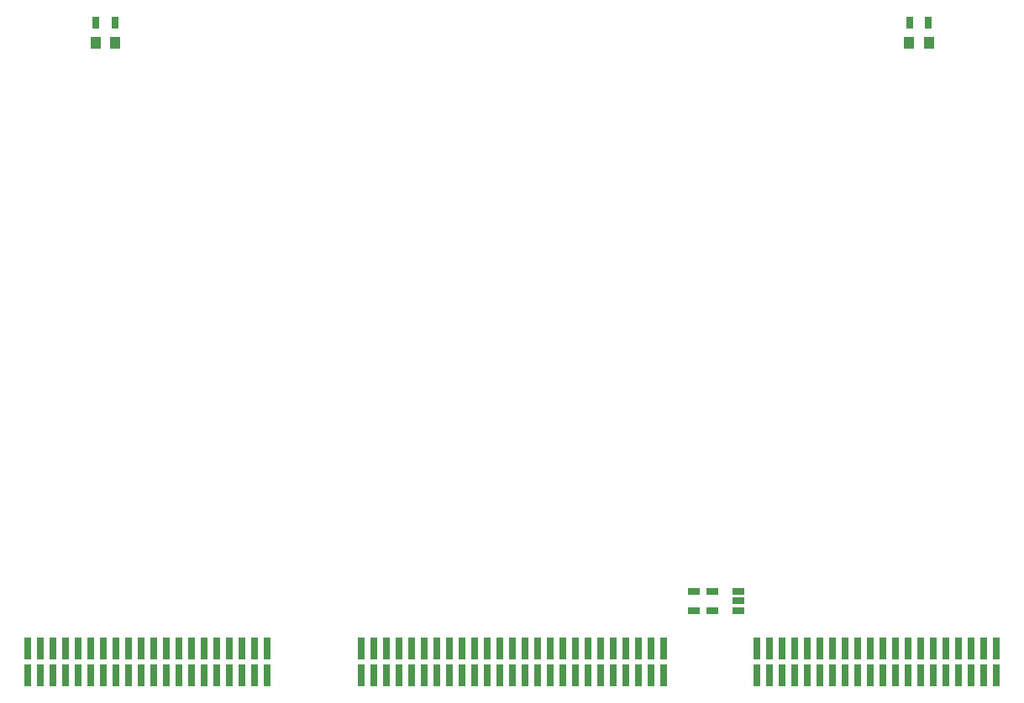
<source format=gtp>
G04 #@! TF.GenerationSoftware,KiCad,Pcbnew,5.1.9+dfsg1-1~bpo10+1*
G04 #@! TF.CreationDate,2021-11-09T03:07:47+00:00*
G04 #@! TF.ProjectId,120-channel-pogo-pin-board,3132302d-6368-4616-9e6e-656c2d706f67,v3.4*
G04 #@! TF.SameCoordinates,Original*
G04 #@! TF.FileFunction,Paste,Top*
G04 #@! TF.FilePolarity,Positive*
%FSLAX46Y46*%
G04 Gerber Fmt 4.6, Leading zero omitted, Abs format (unit mm)*
G04 Created by KiCad (PCBNEW 5.1.9+dfsg1-1~bpo10+1) date 2021-11-09 03:07:47*
%MOMM*%
%LPD*%
G01*
G04 APERTURE LIST*
%ADD10R,0.736600X2.219960*%
%ADD11R,1.000000X1.250000*%
%ADD12R,0.700000X1.300000*%
%ADD13R,1.300000X0.700000*%
%ADD14R,1.220000X0.650000*%
G04 APERTURE END LIST*
D10*
X63906600Y-142116020D03*
X63906600Y-144843980D03*
X65176600Y-142116020D03*
X65176600Y-144843980D03*
X66446600Y-142116020D03*
X66446600Y-144843980D03*
X67716600Y-142116020D03*
X67716600Y-144843980D03*
X68986600Y-142116020D03*
X68986600Y-144843980D03*
X51206600Y-142116020D03*
X51206600Y-144843980D03*
X52476600Y-142116020D03*
X52476600Y-144843980D03*
X53746600Y-142116020D03*
X53746600Y-144843980D03*
X55016600Y-142116020D03*
X55016600Y-144843980D03*
X56286600Y-142116020D03*
X56286600Y-144843980D03*
X75336600Y-144843980D03*
X75336600Y-142116020D03*
X74066600Y-144843980D03*
X74066600Y-142116020D03*
X72796600Y-144843980D03*
X72796600Y-142116020D03*
X71526600Y-144843980D03*
X71526600Y-142116020D03*
X70256600Y-144843980D03*
X70256600Y-142116020D03*
X62636600Y-144843980D03*
X62636600Y-142116020D03*
X61366600Y-144843980D03*
X61366600Y-142116020D03*
X60096600Y-144843980D03*
X60096600Y-142116020D03*
X58826600Y-144843980D03*
X58826600Y-142116020D03*
X57556600Y-144843980D03*
X57556600Y-142116020D03*
D11*
X140000000Y-81000000D03*
X142000000Y-81000000D03*
X60000000Y-81000000D03*
X58000000Y-81000000D03*
D12*
X140050000Y-79000000D03*
X141950000Y-79000000D03*
X59950000Y-79000000D03*
X58050000Y-79000000D03*
D13*
X118350000Y-138300000D03*
X118350000Y-136400000D03*
D14*
X122760000Y-138300000D03*
X122760000Y-137350000D03*
X122760000Y-136400000D03*
X120140000Y-136400000D03*
X120140000Y-138300000D03*
D10*
X86030000Y-144843980D03*
X86030000Y-142116020D03*
X94920000Y-144843980D03*
X94920000Y-142116020D03*
X93650000Y-144843980D03*
X93650000Y-142116020D03*
X92380000Y-144843980D03*
X92380000Y-142116020D03*
X91110000Y-144843980D03*
X91110000Y-142116020D03*
X103810000Y-142116020D03*
X103810000Y-144843980D03*
X105080000Y-142116020D03*
X105080000Y-144843980D03*
X106350000Y-142116020D03*
X106350000Y-144843980D03*
X107620000Y-142116020D03*
X107620000Y-144843980D03*
X108890000Y-142116020D03*
X108890000Y-144843980D03*
X84760000Y-142116020D03*
X84760000Y-144843980D03*
X87300000Y-142116020D03*
X87300000Y-144843980D03*
X88570000Y-142116020D03*
X88570000Y-144843980D03*
X89840000Y-142116020D03*
X89840000Y-144843980D03*
X96190000Y-142116020D03*
X96190000Y-144843980D03*
X115240000Y-144843980D03*
X115240000Y-142116020D03*
X113970000Y-144843980D03*
X113970000Y-142116020D03*
X112700000Y-144843980D03*
X112700000Y-142116020D03*
X111430000Y-144843980D03*
X111430000Y-142116020D03*
X110160000Y-144843980D03*
X110160000Y-142116020D03*
X102540000Y-144843980D03*
X102540000Y-142116020D03*
X101270000Y-144843980D03*
X101270000Y-142116020D03*
X100000000Y-144843980D03*
X100000000Y-142116020D03*
X98730000Y-144843980D03*
X98730000Y-142116020D03*
X97460000Y-144843980D03*
X97460000Y-142116020D03*
X137363400Y-142116020D03*
X137363400Y-144843980D03*
X138633400Y-142116020D03*
X138633400Y-144843980D03*
X139903400Y-142116020D03*
X139903400Y-144843980D03*
X141173400Y-142116020D03*
X141173400Y-144843980D03*
X142443400Y-142116020D03*
X142443400Y-144843980D03*
X124663400Y-142116020D03*
X124663400Y-144843980D03*
X125933400Y-142116020D03*
X125933400Y-144843980D03*
X127203400Y-142116020D03*
X127203400Y-144843980D03*
X128473400Y-142116020D03*
X128473400Y-144843980D03*
X129743400Y-142116020D03*
X129743400Y-144843980D03*
X148793400Y-144843980D03*
X148793400Y-142116020D03*
X147523400Y-144843980D03*
X147523400Y-142116020D03*
X146253400Y-144843980D03*
X146253400Y-142116020D03*
X144983400Y-144843980D03*
X144983400Y-142116020D03*
X143713400Y-144843980D03*
X143713400Y-142116020D03*
X136093400Y-144843980D03*
X136093400Y-142116020D03*
X134823400Y-144843980D03*
X134823400Y-142116020D03*
X133553400Y-144843980D03*
X133553400Y-142116020D03*
X132283400Y-144843980D03*
X132283400Y-142116020D03*
X131013400Y-144843980D03*
X131013400Y-142116020D03*
M02*

</source>
